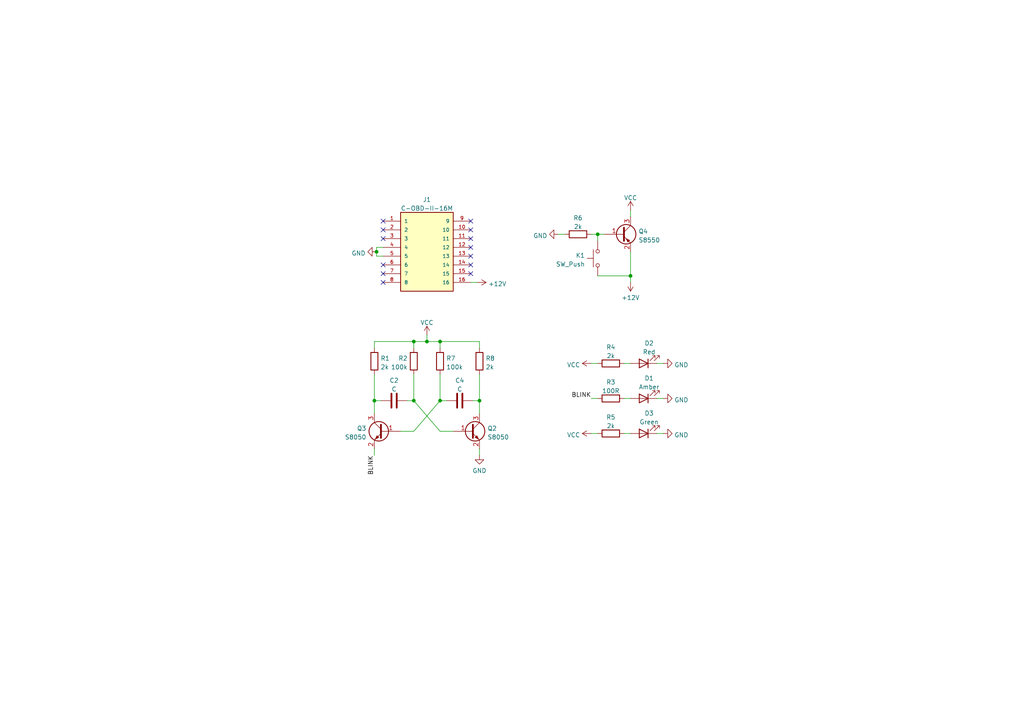
<source format=kicad_sch>
(kicad_sch (version 20211123) (generator eeschema)
  (paper "A4")
  (title_block (title "YM-701E"))
  (lib_symbols
    (symbol "C-OBD-II-16M:C-OBD-II-16M" (pin_names (offset 1.016))
      (property "Reference" "J" (at -7.62 11.43 0))
      (property "Value" "C-OBD-II-16M" (at -7.62 -13.97 0))
      (symbol "C-OBD-II-16M_0_0"
        (rectangle (start -7.62 -12.7) (end 7.62 10.16) (stroke (width 0.254)) (fill (type background)))
        (pin passive line (at -12.7 7.62 0) (length 5.08) (name "1") (number "1"))
        (pin passive line (at 12.7 5.08 180) (length 5.08) (name "10") (number "10"))
        (pin passive line (at 12.7 2.54 180) (length 5.08) (name "11") (number "11"))
        (pin passive line (at 12.7 0 180) (length 5.08) (name "12") (number "12"))
        (pin passive line (at 12.7 -2.54 180) (length 5.08) (name "13") (number "13"))
        (pin passive line (at 12.7 -5.08 180) (length 5.08) (name "14") (number "14"))
        (pin passive line (at 12.7 -7.62 180) (length 5.08) (name "15") (number "15"))
        (pin passive line (at 12.7 -10.16 180) (length 5.08) (name "16") (number "16"))
        (pin passive line (at -12.7 5.08 0) (length 5.08) (name "2") (number "2"))
        (pin passive line (at -12.7 2.54 0) (length 5.08) (name "3") (number "3"))
        (pin passive line (at -12.7 0 0) (length 5.08) (name "4") (number "4"))
        (pin passive line (at -12.7 -2.54 0) (length 5.08) (name "5") (number "5"))
        (pin passive line (at -12.7 -5.08 0) (length 5.08) (name "6") (number "6"))
        (pin passive line (at -12.7 -7.62 0) (length 5.08) (name "7") (number "7"))
        (pin passive line (at -12.7 -10.16 0) (length 5.08) (name "8") (number "8"))
        (pin passive line (at 12.7 7.62 180) (length 5.08) (name "9") (number "9"))
      )
    )
    (symbol "Device:C" (pin_numbers hide) (pin_names (offset 0.254))
      (property "Reference" "C" (at 0.635 2.54 0))
      (property "Value" "C" (at 0.635 -2.54 0))
      (symbol "C_0_1"
        (polyline (pts (xy -2.032 -0.762) (xy 2.032 -0.762)) (stroke (width 0.508)))
        (polyline (pts (xy -2.032 0.762) (xy 2.032 0.762)) (stroke (width 0.508)))
      )
      (symbol "C_1_1"
        (pin passive line (at 0 3.81 270) (length 2.794) (name "~") (number "1"))
        (pin passive line (at 0 -3.81 90) (length 2.794) (name "~") (number "2"))
      )
    )
    (symbol "Device:LED" (pin_numbers hide) (pin_names (offset 1.016) hide)
      (property "Reference" "D" (at 0 2.54 0))
      (property "Value" "LED" (at 0 -2.54 0))
      (symbol "LED_0_1"
        (polyline (pts (xy -1.27 -1.27) (xy -1.27 1.27)) (stroke (width 0.254)))
        (polyline (pts (xy -1.27 0) (xy 1.27 0)))
        (polyline (pts (xy 1.27 -1.27) (xy 1.27 1.27) (xy -1.27 0) (xy 1.27 -1.27)) (stroke (width 0.254)))
        (polyline (pts (xy -3.048 -0.762) (xy -4.572 -2.286) (xy -3.81 -2.286) (xy -4.572 -2.286) (xy -4.572 -1.524)))
        (polyline (pts (xy -1.778 -0.762) (xy -3.302 -2.286) (xy -2.54 -2.286) (xy -3.302 -2.286) (xy -3.302 -1.524)))
      )
      (symbol "LED_1_1"
        (pin passive line (at -3.81 0 0) (length 2.54) (name "K") (number "1"))
        (pin passive line (at 3.81 0 180) (length 2.54) (name "A") (number "2"))
      )
    )
    (symbol "Device:Q_NPN_BEC" (pin_names (offset 0) hide)
      (property "Reference" "Q" (at 5.08 1.27 0))
      (property "Value" "Q_NPN_BEC" (at 5.08 -1.27 0))
      (symbol "Q_NPN_BEC_0_1"
        (polyline (pts (xy 0.635 0.635) (xy 2.54 2.54)))
        (polyline (pts (xy 0.635 -0.635) (xy 2.54 -2.54) (xy 2.54 -2.54)))
        (polyline (pts (xy 0.635 1.905) (xy 0.635 -1.905) (xy 0.635 -1.905)) (stroke (width 0.508)))
        (polyline (pts (xy 1.27 -1.778) (xy 1.778 -1.27) (xy 2.286 -2.286) (xy 1.27 -1.778) (xy 1.27 -1.778)) (fill (type outline)))
        (circle (center 1.27 0) (radius 2.8194) (stroke (width 0.254)))
      )
      (symbol "Q_NPN_BEC_1_1"
        (pin input line (at -5.08 0 0) (length 5.715) (name "B") (number "1"))
        (pin passive line (at 2.54 -5.08 90) (length 2.54) (name "E") (number "2"))
        (pin passive line (at 2.54 5.08 270) (length 2.54) (name "C") (number "3"))
      )
    )
    (symbol "Device:Q_PNP_BEC" (pin_names (offset 0) hide)
      (property "Reference" "Q" (at 5.08 1.27 0))
      (property "Value" "Q_PNP_BEC" (at 5.08 -1.27 0))
      (symbol "Q_PNP_BEC_0_1"
        (polyline (pts (xy 0.635 0.635) (xy 2.54 2.54)))
        (polyline (pts (xy 0.635 -0.635) (xy 2.54 -2.54) (xy 2.54 -2.54)))
        (polyline (pts (xy 0.635 1.905) (xy 0.635 -1.905) (xy 0.635 -1.905)) (stroke (width 0.508)))
        (polyline (pts (xy 2.286 -1.778) (xy 1.778 -2.286) (xy 1.27 -1.27) (xy 2.286 -1.778) (xy 2.286 -1.778)) (fill (type outline)))
        (circle (center 1.27 0) (radius 2.8194) (stroke (width 0.254)))
      )
      (symbol "Q_PNP_BEC_1_1"
        (pin input line (at -5.08 0 0) (length 5.715) (name "B") (number "1"))
        (pin passive line (at 2.54 -5.08 90) (length 2.54) (name "E") (number "2"))
        (pin passive line (at 2.54 5.08 270) (length 2.54) (name "C") (number "3"))
      )
    )
    (symbol "Device:R" (pin_numbers hide) (pin_names (offset 0))
      (property "Reference" "R" (at 2.032 0 90))
      (property "Value" "R" (at 0 0 90))
      (symbol "R_0_1"
        (rectangle (start -1.016 -2.54) (end 1.016 2.54) (stroke (width 0.254)))
      )
      (symbol "R_1_1"
        (pin passive line (at 0 3.81 270) (length 1.27) (name "~") (number "1"))
        (pin passive line (at 0 -3.81 90) (length 1.27) (name "~") (number "2"))
      )
    )
    (symbol "Switch:SW_Push" (pin_numbers hide) (pin_names (offset 1.016) hide)
      (property "Reference" "SW" (at 1.27 2.54 0))
      (property "Value" "SW_Push" (at 0 -1.524 0))
      (symbol "SW_Push_0_1"
        (circle (center -2.032 0) (radius 0.508))
        (polyline (pts (xy 0 1.27) (xy 0 3.048)))
        (polyline (pts (xy 2.54 1.27) (xy -2.54 1.27)))
        (circle (center 2.032 0) (radius 0.508))
        (pin passive line (at -5.08 0 0) (length 2.54) (name "1") (number "1"))
        (pin passive line (at 5.08 0 180) (length 2.54) (name "2") (number "2"))
      )
    )
    (symbol "power:+12V" (power) (pin_names (offset 0))
      (property "Value" "+12V" (at 0 3.556 0))
      (symbol "+12V_0_1"
        (polyline (pts (xy -0.762 1.27) (xy 0 2.54)))
        (polyline (pts (xy 0 0) (xy 0 2.54)))
        (polyline (pts (xy 0 2.54) (xy 0.762 1.27)))
      )
      (symbol "+12V_1_1"
        (pin power_in line (at 0 0 90) (length 0) hide (name "+12V") (number "1"))
      )
    )
    (symbol "power:GND" (power) (pin_names (offset 0))
      (property "Value" "GND" (at 0 -3.81 0))
      (symbol "GND_0_1"
        (polyline (pts (xy 0 0) (xy 0 -1.27) (xy 1.27 -1.27) (xy 0 -2.54) (xy -1.27 -1.27) (xy 0 -1.27)))
      )
      (symbol "GND_1_1"
        (pin power_in line (at 0 0 270) (length 0) hide (name "GND") (number "1"))
      )
    )
    (symbol "power:VCC" (power) (pin_names (offset 0))
      (property "Value" "VCC" (at 0 3.81 0))
      (symbol "VCC_0_1"
        (polyline (pts (xy -0.762 1.27) (xy 0 2.54)))
        (polyline (pts (xy 0 0) (xy 0 2.54)))
        (polyline (pts (xy 0 2.54) (xy 0.762 1.27)))
      )
      (symbol "VCC_1_1"
        (pin power_in line (at 0 0 90) (length 0) hide (name "VCC") (number "1"))
      )
    )
  )
  (junction (at 127.635 116.205))
  (junction (at 173.355 67.945))
  (junction (at 108.585 116.205))
  (junction (at 123.825 99.06))
  (junction (at 120.015 116.205))
  (junction (at 139.065 116.205))
  (junction (at 127.635 99.06))
  (junction (at 120.015 99.06))
  (junction (at 109.22 73.025))
  (junction (at 182.88 80.01))
  (no_connect (at 136.525 69.215))
  (no_connect (at 136.525 74.295))
  (no_connect (at 136.525 76.835))
  (no_connect (at 136.525 71.755))
  (no_connect (at 136.525 64.135))
  (no_connect (at 111.125 69.215))
  (no_connect (at 111.125 79.375))
  (no_connect (at 136.525 66.675))
  (no_connect (at 111.125 81.915))
  (no_connect (at 111.125 64.135))
  (no_connect (at 111.125 66.675))
  (no_connect (at 111.125 76.835))
  (no_connect (at 136.525 79.375))
  (wire (pts (xy 127.635 108.585) (xy 127.635 116.205)))
  (wire (pts (xy 173.355 67.945) (xy 175.26 67.945)))
  (wire (pts (xy 171.45 105.41) (xy 173.355 105.41)))
  (wire (pts (xy 180.975 125.73) (xy 182.88 125.73)))
  (wire (pts (xy 180.975 115.57) (xy 182.88 115.57)))
  (wire (pts (xy 120.015 99.06) (xy 120.015 100.965)))
  (wire (pts (xy 171.45 115.57) (xy 173.355 115.57)))
  (wire (pts (xy 180.975 105.41) (xy 182.88 105.41)))
  (wire (pts (xy 108.585 130.175) (xy 108.585 132.08)))
  (wire (pts (xy 139.065 108.585) (xy 139.065 116.205)))
  (wire (pts (xy 108.585 100.965) (xy 108.585 99.06)))
  (wire (pts (xy 116.205 125.095) (xy 120.015 125.095)))
  (wire (pts (xy 118.11 116.205) (xy 120.015 116.205)))
  (wire (pts (xy 120.015 108.585) (xy 120.015 116.205)))
  (wire (pts (xy 109.22 71.755) (xy 109.22 73.025)))
  (wire (pts (xy 182.88 73.025) (xy 182.88 80.01)))
  (wire (pts (xy 137.16 116.205) (xy 139.065 116.205)))
  (wire (pts (xy 123.825 99.06) (xy 127.635 99.06)))
  (wire (pts (xy 127.635 99.06) (xy 139.065 99.06)))
  (wire (pts (xy 139.065 99.06) (xy 139.065 100.965)))
  (wire (pts (xy 111.125 74.295) (xy 109.22 74.295)))
  (wire (pts (xy 111.125 71.755) (xy 109.22 71.755)))
  (wire (pts (xy 120.015 99.06) (xy 123.825 99.06)))
  (wire (pts (xy 110.49 116.205) (xy 108.585 116.205)))
  (wire (pts (xy 182.88 80.01) (xy 182.88 81.915)))
  (wire (pts (xy 182.88 60.96) (xy 182.88 62.865)))
  (wire (pts (xy 139.065 116.205) (xy 139.065 120.015)))
  (wire (pts (xy 139.065 130.175) (xy 139.065 132.08)))
  (wire (pts (xy 127.635 125.095) (xy 131.445 125.095)))
  (wire (pts (xy 171.45 125.73) (xy 173.355 125.73)))
  (wire (pts (xy 127.635 125.095) (xy 120.015 116.205)))
  (wire (pts (xy 108.585 116.205) (xy 108.585 120.015)))
  (wire (pts (xy 108.585 108.585) (xy 108.585 116.205)))
  (wire (pts (xy 190.5 115.57) (xy 192.405 115.57)))
  (wire (pts (xy 173.355 67.945) (xy 173.355 69.85)))
  (wire (pts (xy 108.585 99.06) (xy 120.015 99.06)))
  (wire (pts (xy 173.355 80.01) (xy 182.88 80.01)))
  (wire (pts (xy 129.54 116.205) (xy 127.635 116.205)))
  (wire (pts (xy 120.015 125.095) (xy 127.635 116.205)))
  (wire (pts (xy 161.925 67.945) (xy 163.83 67.945)))
  (wire (pts (xy 136.525 81.915) (xy 138.43 81.915)))
  (wire (pts (xy 123.825 97.155) (xy 123.825 99.06)))
  (wire (pts (xy 109.22 74.295) (xy 109.22 73.025)))
  (wire (pts (xy 171.45 67.945) (xy 173.355 67.945)))
  (wire (pts (xy 127.635 99.06) (xy 127.635 100.965)))
  (wire (pts (xy 190.5 125.73) (xy 192.405 125.73)))
  (wire (pts (xy 190.5 105.41) (xy 192.405 105.41)))
  (label "BLINK" (at 108.585 132.08 270))
  (label "BLINK" (at 171.45 115.57 180))
  (symbol (lib_id "Device:R") (at 139.065 104.775 0) (unit 1)
    (property "Reference" "R8" (at 140.843 103.9403 0) (effects (justify left)))
    (property "Value" "2k" (at 140.843 106.4772 0) (effects (justify left)))
  )
  (symbol (lib_id "power:GND") (at 161.925 67.945 270) (unit 1)
    (property "Reference" "#PWR?" (effects hide))
    (property "Value" "GND" (at 158.7501 68.3788 90) (effects (justify right)))
  )
  (symbol (lib_id "Device:LED") (at 186.69 105.41 180) (unit 1)
    (property "Reference" "D2" (at 188.2775 99.5512 0))
    (property "Value" "Red" (at 188.2775 102.0881 0))
  )
  (symbol (lib_id "Device:C") (at 133.35 116.205 90) (unit 1)
    (property "Reference" "C4" (at 133.35 110.3462 90))
    (property "Value" "C" (at 133.35 112.8831 90))
  )
  (symbol (lib_id "Device:R") (at 120.015 104.775 0) (unit 1)
    (property "Reference" "R2" (at 118.2371 103.9403 0) (effects (justify right)))
    (property "Value" "100k" (at 118.2371 106.4772 0) (effects (justify right)))
  )
  (symbol (lib_id "Device:LED") (at 186.69 125.73 180) (unit 1)
    (property "Reference" "D3" (at 188.2775 119.8712 0))
    (property "Value" "Green" (at 188.2775 122.4081 0))
  )
  (symbol (lib_id "Device:R") (at 167.64 67.945 90) (unit 1)
    (property "Reference" "R6" (at 167.64 63.2292 90))
    (property "Value" "2k" (at 167.64 65.7661 90))
  )
  (symbol (lib_id "Device:R") (at 177.165 125.73 90) (unit 1)
    (property "Reference" "R5" (at 177.165 121.0142 90))
    (property "Value" "2k" (at 177.165 123.5511 90))
  )
  (symbol (lib_id "power:GND") (at 192.405 115.57 90) (unit 1)
    (property "Reference" "#PWR?" (effects hide))
    (property "Value" "GND" (at 195.58 116.0038 90) (effects (justify right)))
  )
  (symbol (lib_id "power:GND") (at 139.065 132.08 0) (unit 1)
    (property "Reference" "#PWR?" (effects hide))
    (property "Value" "GND" (at 139.065 136.5234 0))
  )
  (symbol (lib_id "power:VCC") (at 171.45 125.73 90) (unit 1)
    (property "Reference" "#PWR?" (effects hide))
    (property "Value" "VCC" (at 168.275 126.1638 90) (effects (justify left)))
  )
  (symbol (lib_id "power:GND") (at 109.22 73.025 270) (unit 1)
    (property "Reference" "#PWR?" (effects hide))
    (property "Value" "GND" (at 106.0451 73.4588 90) (effects (justify right)))
  )
  (symbol (lib_id "Device:LED") (at 186.69 115.57 180) (unit 1)
    (property "Reference" "D1" (at 188.2775 109.7112 0))
    (property "Value" "Amber" (at 188.2775 112.2481 0))
  )
  (symbol (lib_id "Device:R") (at 177.165 115.57 90) (unit 1)
    (property "Reference" "R3" (at 177.165 110.8542 90))
    (property "Value" "100R" (at 177.165 113.3911 90))
  )
  (symbol (lib_id "Device:R") (at 177.165 105.41 90) (unit 1)
    (property "Reference" "R4" (at 177.165 100.6942 90))
    (property "Value" "2k" (at 177.165 103.2311 90))
  )
  (symbol (lib_id "power:+12V") (at 138.43 81.915 270) (unit 1)
    (property "Reference" "#PWR?" (effects hide))
    (property "Value" "+12V" (at 141.605 82.3488 90) (effects (justify left)))
  )
  (symbol (lib_id "C-OBD-II-16M:C-OBD-II-16M") (at 123.825 71.755 0) (unit 1)
    (property "Reference" "J1" (at 123.825 57.8952 0))
    (property "Value" "C-OBD-II-16M" (at 123.825 60.4321 0))
    (property "Footprint" "COMTECH_C-OBD-II-16M" (effects hide))
    (property "PARTREV" "A" (effects hide))
    (property "MAXIMUM_PACKAGE_HEIGHT" "18.3mm" (effects hide))
    (property "STANDARD" "Manufacturer Recommendations" (effects hide))
    (property "MANUFACTURER" "Comtech Electronic Co." (effects hide))
  )
  (symbol (lib_id "Device:R") (at 127.635 104.775 0) (unit 1)
    (property "Reference" "R7" (at 129.413 103.9403 0) (effects (justify left)))
    (property "Value" "100k" (at 129.413 106.4772 0) (effects (justify left)))
  )
  (symbol (lib_id "Switch:SW_Push") (at 173.355 74.93 90) (unit 1)
    (property "Reference" "K1" (at 169.672 74.0953 90) (effects (justify left)))
    (property "Value" "SW_Push" (at 169.672 76.6322 90) (effects (justify left)))
  )
  (symbol (lib_id "Device:C") (at 114.3 116.205 90) (unit 1)
    (property "Reference" "C2" (at 114.3 110.3462 90))
    (property "Value" "C" (at 114.3 112.8831 90))
  )
  (symbol (lib_id "power:VCC") (at 182.88 60.96 0) (unit 1)
    (property "Reference" "#PWR?" (effects hide))
    (property "Value" "VCC" (at 182.88 57.3842 0))
  )
  (symbol (lib_id "Device:Q_PNP_BEC") (at 180.34 67.945 0) (unit 1)
    (property "Reference" "Q4" (at 185.1914 67.1103 0) (effects (justify left)))
    (property "Value" "S8550" (at 185.1914 69.6472 0) (effects (justify left)))
  )
  (symbol (lib_id "power:GND") (at 192.405 125.73 90) (unit 1)
    (property "Reference" "#PWR?" (effects hide))
    (property "Value" "GND" (at 195.58 126.1638 90) (effects (justify right)))
  )
  (symbol (lib_id "power:VCC") (at 123.825 97.155 0) (unit 1)
    (property "Reference" "#PWR?" (effects hide))
    (property "Value" "VCC" (at 123.825 93.5792 0))
  )
  (symbol (lib_id "power:+12V") (at 182.88 81.915 180) (unit 1)
    (property "Reference" "#PWR?" (effects hide))
    (property "Value" "+12V" (at 182.88 86.3584 0))
  )
  (symbol (lib_id "Device:Q_NPN_BEC") (at 111.125 125.095 0) (mirror y) (unit 1)
    (property "Reference" "Q3" (at 106.2736 124.2603 0) (effects (justify left)))
    (property "Value" "S8050" (at 106.2736 126.7972 0) (effects (justify left)))
  )
  (symbol (lib_id "power:GND") (at 192.405 105.41 90) (unit 1)
    (property "Reference" "#PWR?" (effects hide))
    (property "Value" "GND" (at 195.58 105.8438 90) (effects (justify right)))
  )
  (symbol (lib_id "power:VCC") (at 171.45 105.41 90) (unit 1)
    (property "Reference" "#PWR?" (effects hide))
    (property "Value" "VCC" (at 168.275 105.8438 90) (effects (justify left)))
  )
  (symbol (lib_id "Device:Q_NPN_BEC") (at 136.525 125.095 0) (unit 1)
    (property "Reference" "Q2" (at 141.3764 124.2603 0) (effects (justify left)))
    (property "Value" "S8050" (at 141.3764 126.7972 0) (effects (justify left)))
  )
  (symbol (lib_id "Device:R") (at 108.585 104.775 0) (unit 1)
    (property "Reference" "R1" (at 110.363 103.9403 0) (effects (justify left)))
    (property "Value" "2k" (at 110.363 106.4772 0) (effects (justify left)))
  )
)
</source>
